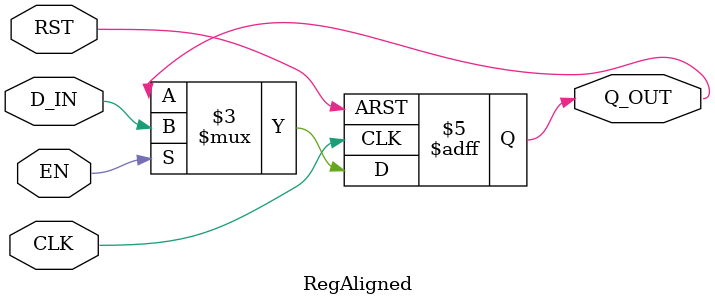
<source format=v>

`ifdef BSV_ASSIGNMENT_DELAY
`else
  `define BSV_ASSIGNMENT_DELAY
`endif

`ifdef BSV_POSITIVE_RESET
  `define BSV_RESET_VALUE 1'b1
  `define BSV_RESET_EDGE posedge
`else
  `define BSV_RESET_VALUE 1'b0
  `define BSV_RESET_EDGE negedge
`endif


module RegAligned(CLK, RST, Q_OUT, D_IN, EN);

   parameter width = 1;
   parameter init = { width {1'b0}} ;

   input     CLK;
   input     RST;
   input     EN;
   input [width - 1 : 0] D_IN;
   output [width - 1 : 0] Q_OUT;

   reg [width - 1 : 0]    Q_OUT;

   always@(posedge CLK or `BSV_RESET_EDGE RST) begin
      if (RST == `BSV_RESET_VALUE)
        Q_OUT <= `BSV_ASSIGNMENT_DELAY init;
      else
        begin
           if (EN)
             Q_OUT <= `BSV_ASSIGNMENT_DELAY D_IN;
        end
   end // always@ (posedge CLK or `BSV_RESET_EDGE RST)


`ifdef BSV_NO_INITIAL_BLOCKS
`else // not BSV_NO_INITIAL_BLOCKS
   // synopsys translate_off
   initial begin
      Q_OUT = {((width + 1)/2){2'b10}} ;
   end
   // synopsys translate_on
`endif // BSV_NO_INITIAL_BLOCKS

endmodule


</source>
